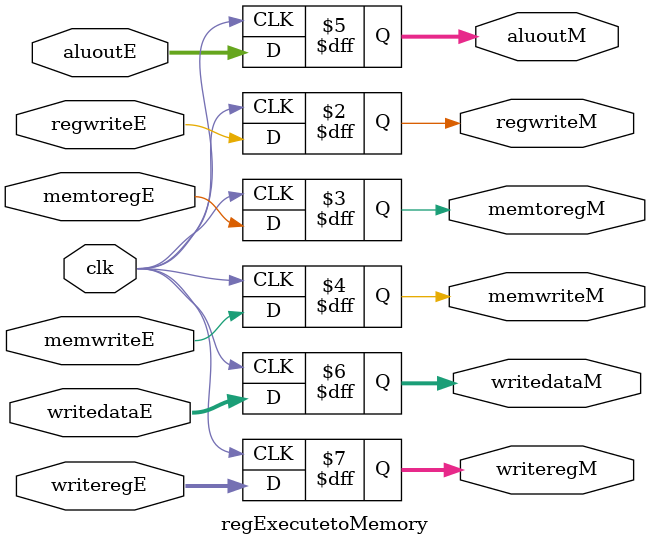
<source format=sv>
`timescale 1ns / 1ps


module regExecutetoMemory(
input logic clk,
input logic regwriteE, memtoregE, memwriteE,
output logic regwriteM, memtoregM, memwriteM,
input logic [31:0] aluoutE, writedataE,
output logic [31:0] aluoutM, writedataM,
input logic [4:0] writeregE,
output logic [4:0] writeregM
    );
    
    always_ff@(posedge clk)
    begin
        regwriteM<=regwriteE;
        memtoregM<=memtoregE;
        memwriteM<=memwriteE;
        aluoutM<=aluoutE;
        writedataM<=writedataE;
        writeregM<=writeregE;
    end
endmodule

</source>
